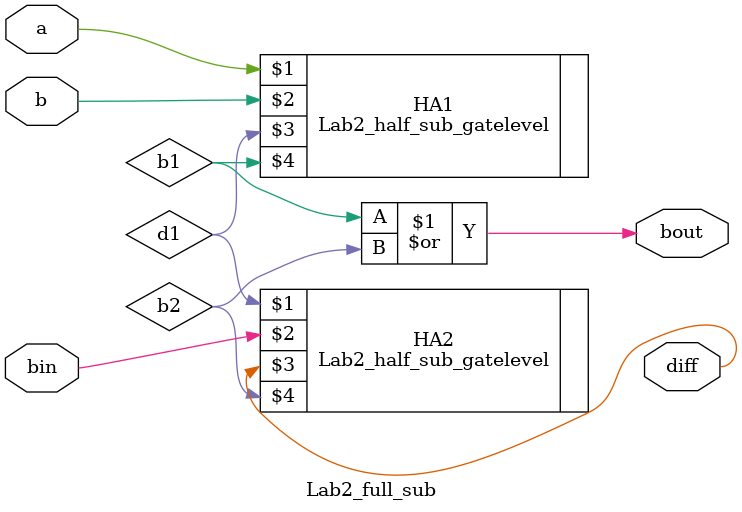
<source format=v>
module Lab2_full_sub(input a, b, bin, output diff, bout);
    wire d1, b1, b2;
    
    Lab2_half_sub_gatelevel HA1(a,b,d1,b1);
    Lab2_half_sub_gatelevel HA2(d1,bin,diff,b2);
    or #(2) G1(bout,b1,b2);

endmodule



</source>
